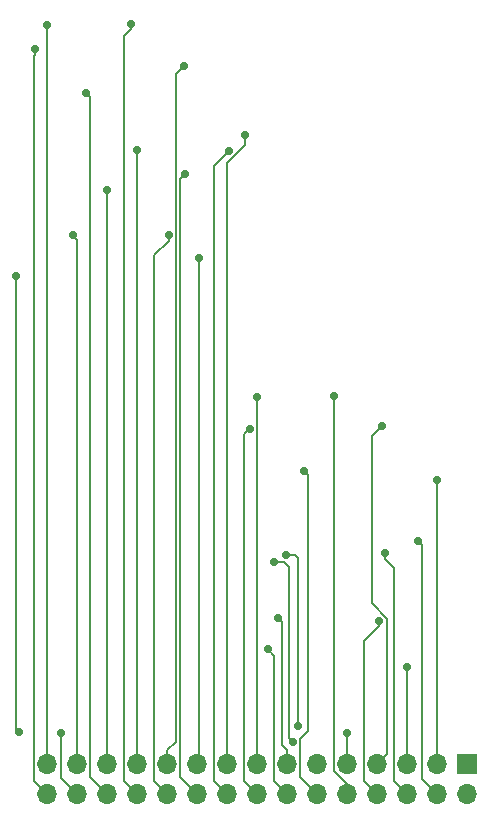
<source format=gbl>
G04 #@! TF.GenerationSoftware,KiCad,Pcbnew,(5.1.5)-3*
G04 #@! TF.CreationDate,2021-04-29T22:27:45+02:00*
G04 #@! TF.ProjectId,thermocjromic clock resistors panel,74686572-6d6f-4636-9a72-6f6d69632063,1*
G04 #@! TF.SameCoordinates,Original*
G04 #@! TF.FileFunction,Copper,L4,Bot*
G04 #@! TF.FilePolarity,Positive*
%FSLAX46Y46*%
G04 Gerber Fmt 4.6, Leading zero omitted, Abs format (unit mm)*
G04 Created by KiCad (PCBNEW (5.1.5)-3) date 2021-04-29 22:27:45*
%MOMM*%
%LPD*%
G04 APERTURE LIST*
%ADD10O,1.700000X1.700000*%
%ADD11R,1.700000X1.700000*%
%ADD12C,0.700000*%
%ADD13C,0.200000*%
G04 APERTURE END LIST*
D10*
X102362000Y-130540000D03*
X102362000Y-128000000D03*
X104902000Y-130540000D03*
X104902000Y-128000000D03*
X107442000Y-130540000D03*
X107442000Y-128000000D03*
X109982000Y-130540000D03*
X109982000Y-128000000D03*
X112522000Y-130540000D03*
X112522000Y-128000000D03*
X115062000Y-130540000D03*
X115062000Y-128000000D03*
X117602000Y-130540000D03*
X117602000Y-128000000D03*
X120142000Y-130540000D03*
X120142000Y-128000000D03*
X122682000Y-130540000D03*
X122682000Y-128000000D03*
X125222000Y-130540000D03*
X125222000Y-128000000D03*
X127762000Y-130540000D03*
X127762000Y-128000000D03*
X130302000Y-130540000D03*
X130302000Y-128000000D03*
X132842000Y-130540000D03*
X132842000Y-128000000D03*
X135382000Y-130540000D03*
X135382000Y-128000000D03*
X137922000Y-130540000D03*
D11*
X137922000Y-128000000D03*
D12*
X135382000Y-103886000D03*
X132842000Y-119761000D03*
X130683000Y-99314000D03*
X127762000Y-125349000D03*
X123571000Y-124714000D03*
X122555000Y-110236000D03*
X123190000Y-126111000D03*
X121539000Y-110893010D03*
X121920000Y-115570000D03*
X120142000Y-96901000D03*
X119126000Y-74676000D03*
X115189000Y-85090000D03*
X113919000Y-68834000D03*
X109982000Y-75946000D03*
X107442000Y-79375000D03*
X104521000Y-83185000D03*
X102362000Y-65405000D03*
X133731000Y-109093000D03*
X130937000Y-110109000D03*
X130429000Y-115824000D03*
X126619000Y-96774000D03*
X124079000Y-103124000D03*
X121031000Y-118237000D03*
X119507000Y-99568000D03*
X117729000Y-76073000D03*
X114046000Y-77978000D03*
X112649000Y-83185000D03*
X109474000Y-65278000D03*
X105664000Y-71120000D03*
X99695000Y-86614000D03*
X99949000Y-125222000D03*
X103505000Y-125349000D03*
X101346000Y-67437000D03*
D13*
X135382000Y-103886000D02*
X135382000Y-128000000D01*
X132842000Y-119761000D02*
X132842000Y-128000000D01*
X131151999Y-127150001D02*
X130302000Y-128000000D01*
X131151999Y-115658997D02*
X131151999Y-127150001D01*
X129828999Y-114335997D02*
X131151999Y-115658997D01*
X129828999Y-100168001D02*
X129828999Y-114335997D01*
X130683000Y-99314000D02*
X129828999Y-100168001D01*
X127762000Y-125843974D02*
X127762000Y-128000000D01*
X127762000Y-125349000D02*
X127762000Y-125843974D01*
X123303974Y-110236000D02*
X122555000Y-110236000D01*
X123571000Y-124714000D02*
X123571000Y-110503026D01*
X123571000Y-110503026D02*
X123303974Y-110236000D01*
X122809000Y-125730000D02*
X123190000Y-126111000D01*
X122809000Y-111760000D02*
X122809000Y-111887000D01*
X122809000Y-111887000D02*
X122809000Y-125730000D01*
X122809000Y-111287036D02*
X122809000Y-111887000D01*
X122414974Y-110893010D02*
X122809000Y-111287036D01*
X121539000Y-110893010D02*
X122414974Y-110893010D01*
X122682000Y-126797919D02*
X122682000Y-128000000D01*
X122269999Y-126385918D02*
X122682000Y-126797919D01*
X122269999Y-115919999D02*
X122269999Y-126385918D01*
X121920000Y-115570000D02*
X122269999Y-115919999D01*
X120142000Y-96901000D02*
X120142000Y-128000000D01*
X117602000Y-126797919D02*
X117602000Y-128000000D01*
X117602000Y-77088002D02*
X117602000Y-126797919D01*
X119126000Y-75564002D02*
X117602000Y-77088002D01*
X119126000Y-74676000D02*
X119126000Y-75564002D01*
X115189000Y-127873000D02*
X115062000Y-128000000D01*
X115189000Y-85090000D02*
X115189000Y-127873000D01*
X112522000Y-126797919D02*
X112522000Y-128000000D01*
X113249001Y-126070918D02*
X112522000Y-126797919D01*
X113919000Y-68834000D02*
X113249001Y-69561001D01*
X113249001Y-69561001D02*
X113249001Y-126070918D01*
X109982000Y-75946000D02*
X109982000Y-128000000D01*
X107442000Y-79869974D02*
X107442000Y-128000000D01*
X107442000Y-79375000D02*
X107442000Y-79869974D01*
X104902000Y-83566000D02*
X104902000Y-128000000D01*
X104521000Y-83185000D02*
X104902000Y-83566000D01*
X102362000Y-65899974D02*
X102362000Y-128000000D01*
X102362000Y-65405000D02*
X102362000Y-65899974D01*
X134080999Y-129238999D02*
X134532001Y-129690001D01*
X134532001Y-129690001D02*
X135382000Y-130540000D01*
X134080999Y-109442999D02*
X134080999Y-129238999D01*
X133731000Y-109093000D02*
X134080999Y-109442999D01*
X131992001Y-129690001D02*
X132842000Y-130540000D01*
X131741999Y-129439999D02*
X131992001Y-129690001D01*
X131741999Y-111408973D02*
X131741999Y-129439999D01*
X130937000Y-110603974D02*
X131741999Y-111408973D01*
X130937000Y-110109000D02*
X130937000Y-110603974D01*
X129452001Y-129690001D02*
X130302000Y-130540000D01*
X129201999Y-117545975D02*
X129201999Y-129439999D01*
X129201999Y-129439999D02*
X129452001Y-129690001D01*
X130429000Y-116318974D02*
X129201999Y-117545975D01*
X130429000Y-115824000D02*
X130429000Y-116318974D01*
X127762000Y-130540000D02*
X127762000Y-129628002D01*
X127762000Y-129628002D02*
X126661999Y-128528001D01*
X126619000Y-96774000D02*
X126661999Y-96731001D01*
X126661999Y-128528001D02*
X126619000Y-96774000D01*
X124460000Y-106920974D02*
X124460000Y-106426000D01*
X124460000Y-125153000D02*
X124460000Y-106920974D01*
X123790001Y-125822999D02*
X124460000Y-125153000D01*
X123790001Y-129108001D02*
X123790001Y-125822999D01*
X125222000Y-130540000D02*
X123790001Y-129108001D01*
X124460000Y-106426000D02*
X124460000Y-103505000D01*
X124460000Y-103505000D02*
X124079000Y-103124000D01*
X121832001Y-129690001D02*
X122682000Y-130540000D01*
X121581999Y-129439999D02*
X121832001Y-129690001D01*
X121581999Y-118787999D02*
X121581999Y-129439999D01*
X121031000Y-118237000D02*
X121581999Y-118787999D01*
X119041999Y-129439999D02*
X119292001Y-129690001D01*
X119292001Y-129690001D02*
X120142000Y-130540000D01*
X119041999Y-100033001D02*
X119041999Y-129439999D01*
X119507000Y-99568000D02*
X119041999Y-100033001D01*
X116752001Y-129690001D02*
X117602000Y-130540000D01*
X116501999Y-129439999D02*
X116752001Y-129690001D01*
X116501999Y-77300001D02*
X116501999Y-129439999D01*
X117729000Y-76073000D02*
X116501999Y-77300001D01*
X114212001Y-129690001D02*
X115062000Y-130540000D01*
X113622001Y-129100001D02*
X114212001Y-129690001D01*
X113622001Y-78401999D02*
X113622001Y-129100001D01*
X114046000Y-77978000D02*
X113622001Y-78401999D01*
X111421999Y-84906975D02*
X111421999Y-129439999D01*
X111421999Y-129439999D02*
X111672001Y-129690001D01*
X112649000Y-83679974D02*
X111421999Y-84906975D01*
X111672001Y-129690001D02*
X112522000Y-130540000D01*
X112649000Y-83185000D02*
X112649000Y-83679974D01*
X109132001Y-129690001D02*
X109982000Y-130540000D01*
X108881999Y-129439999D02*
X109132001Y-129690001D01*
X108881999Y-66364975D02*
X108881999Y-129439999D01*
X109474000Y-65772974D02*
X108881999Y-66364975D01*
X109474000Y-65278000D02*
X109474000Y-65772974D01*
X106592001Y-129690001D02*
X107442000Y-130540000D01*
X106013999Y-129111999D02*
X106592001Y-129690001D01*
X106013999Y-71469999D02*
X106013999Y-129111999D01*
X105664000Y-71120000D02*
X106013999Y-71469999D01*
X99695000Y-86614000D02*
X99695000Y-124968000D01*
X99695000Y-124968000D02*
X99949000Y-125222000D01*
X103505000Y-129143000D02*
X104902000Y-130540000D01*
X103505000Y-125349000D02*
X103505000Y-129143000D01*
X101512001Y-129690001D02*
X102362000Y-130540000D01*
X101261999Y-129439999D02*
X101512001Y-129690001D01*
X101346000Y-67931974D02*
X101219000Y-68058974D01*
X101346000Y-67437000D02*
X101346000Y-67931974D01*
X101219000Y-68058974D02*
X101219000Y-69469000D01*
X101219000Y-69469000D02*
X101261999Y-129439999D01*
M02*

</source>
